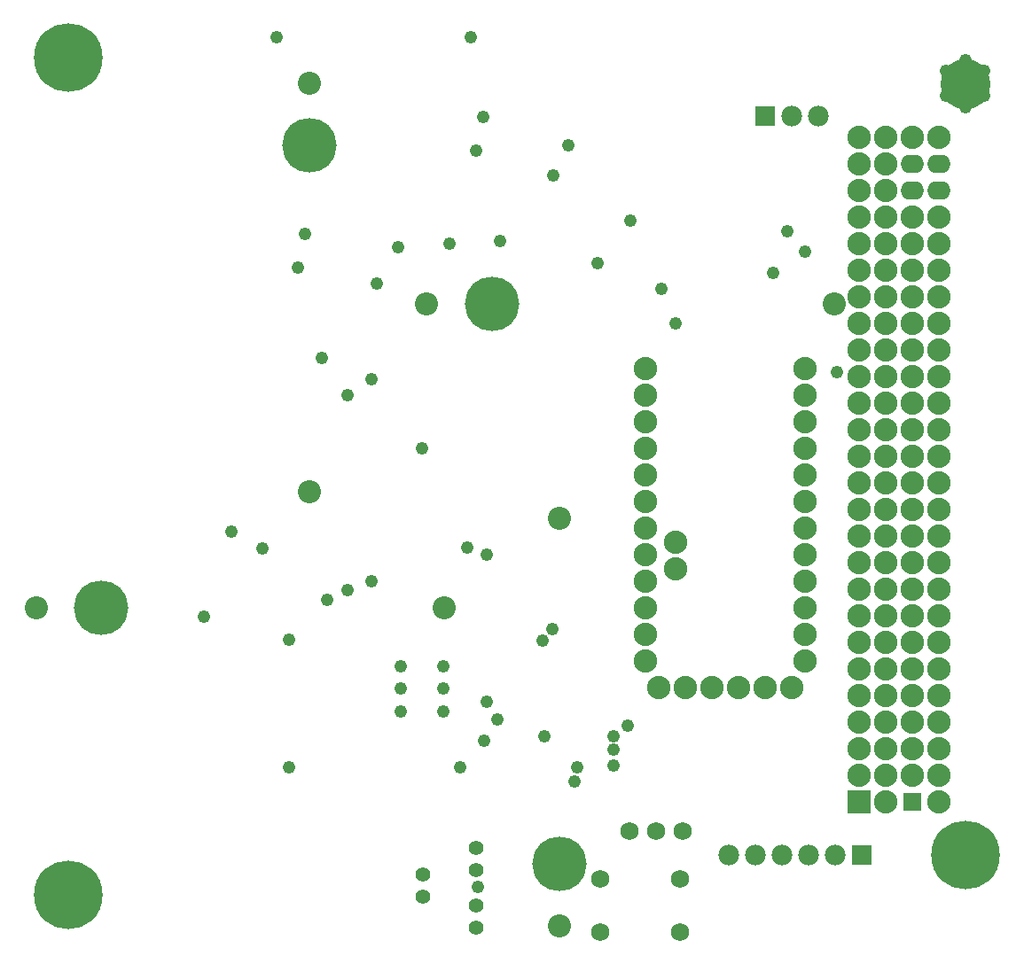
<source format=gbs>
%FSDAX24Y24*%
%MOIN*%
%SFA1B1*%

%IPPOS*%
%ADD53C,0.068000*%
%ADD54R,0.068000X0.068000*%
%ADD55C,0.088000*%
%ADD56O,0.088000X0.068000*%
%ADD57R,0.088000X0.088000*%
%ADD58C,0.078000*%
%ADD59R,0.078000X0.078000*%
%ADD60C,0.055200*%
%ADD61C,0.048000*%
%ADD62C,0.188000*%
%ADD63C,0.258000*%
%ADD64C,0.086700*%
%ADD65C,0.204900*%
%LNrwsv3-1*%
%LPD*%
G54D53*
X072590Y012300D03*
X069590D03*
X072590Y010300D03*
X069590D03*
X070690Y014100D03*
X071690D03*
X072690D03*
G54D54*
X081340Y015200D03*
G54D55*
X082340Y015200D03*
X081340Y016200D03*
X082340D03*
X081340Y017200D03*
X082340D03*
X081340Y018200D03*
X082340D03*
X081340Y019200D03*
X082340D03*
X081340Y020200D03*
X082340D03*
X081340Y021200D03*
X082340D03*
X081340Y022200D03*
X082340D03*
X081340Y023200D03*
X082340D03*
X081340Y024200D03*
X082340D03*
X081340Y025200D03*
X082340D03*
X081340Y026200D03*
X082340D03*
X081340Y027200D03*
X082340D03*
X081340Y028200D03*
X082340D03*
X081340Y029200D03*
X082340D03*
X081340Y030200D03*
X082340D03*
X081340Y031200D03*
X082340D03*
X081340Y032200D03*
X082340D03*
X081340Y033200D03*
X082340D03*
X081340Y034200D03*
X082340D03*
X081340Y035200D03*
X082340D03*
X081340Y036200D03*
X082340D03*
X081340Y037200D03*
X082340D03*
Y040200D03*
X081340D03*
X080340Y015200D03*
X079340Y016200D03*
X080340D03*
X079340Y017200D03*
X080340D03*
X079340Y018200D03*
X080340D03*
X079340Y019200D03*
X080340D03*
X079340Y020200D03*
X080340D03*
X079340Y021200D03*
X080340D03*
X079340Y022200D03*
X080340D03*
X079340Y023200D03*
X080340D03*
X079340Y024200D03*
X080340D03*
X079340Y025200D03*
X080340D03*
X079340Y026200D03*
X080340D03*
X079340Y027200D03*
X080340D03*
X079340Y028200D03*
X080340D03*
X079340Y029200D03*
X080340D03*
X079340Y030200D03*
X080340D03*
X079340Y031200D03*
X080340D03*
X079340Y032200D03*
X080340D03*
X079340Y033200D03*
X080340D03*
X079340Y034200D03*
X080340D03*
X079340Y035200D03*
X080340D03*
X079340Y036200D03*
X080340D03*
X079340Y037200D03*
X080340D03*
X079340Y038200D03*
X080340D03*
X079340Y039200D03*
X080340D03*
Y040200D03*
X079340D03*
X071790Y019500D03*
X072790D03*
X073790D03*
X074790D03*
X075790D03*
X076790D03*
X072440Y024950D03*
Y023950D03*
X071290Y031500D03*
Y030500D03*
Y029500D03*
Y028500D03*
Y027500D03*
Y026500D03*
Y025500D03*
Y024500D03*
Y023500D03*
Y022500D03*
Y021500D03*
Y020500D03*
X077290Y031500D03*
Y030500D03*
Y029500D03*
Y028500D03*
Y027500D03*
Y026500D03*
Y025500D03*
Y024500D03*
Y023500D03*
Y022500D03*
Y021500D03*
Y020500D03*
G54D56*
X081340Y038200D03*
X082340D03*
X081340Y039200D03*
X082340D03*
G54D57*
X079340Y015200D03*
G54D58*
X077440Y013200D03*
X078440D03*
X076440D03*
X075440D03*
X074440D03*
X076790Y041000D03*
X077790D03*
G54D59*
X079440Y013200D03*
X075790Y041000D03*
G54D60*
X062940Y011623D03*
Y012450D03*
X064940Y012623D03*
Y013450D03*
Y010473D03*
Y011300D03*
G54D61*
X083340Y041340D03*
Y043100D03*
X084040Y041750D03*
Y042700D03*
X082590Y041750D03*
Y042700D03*
X063690Y018600D03*
X062090D03*
X063690Y019450D03*
X062090D03*
Y020300D03*
X063690D03*
X067840Y038750D03*
X070740Y037050D03*
X070090Y016550D03*
X064990Y012000D03*
X062890Y028500D03*
X071890Y034500D03*
X072440Y033200D03*
X078490Y031350D03*
X063940Y036200D03*
X060990Y031100D03*
Y023500D03*
X065340Y018950D03*
Y024500D03*
X076090Y035100D03*
X069490Y035450D03*
X061990Y036050D03*
X076640Y036650D03*
X064590Y024750D03*
X070090Y017150D03*
X060090Y023150D03*
Y030500D03*
X077290Y035900D03*
X057890Y016500D03*
X064340D03*
X068740D03*
X068640Y015950D03*
X057890Y021300D03*
X057438Y043948D03*
X058240Y035300D03*
X064740Y043950D03*
X064934Y039694D03*
X056901Y024745D03*
X070640Y018050D03*
X070090Y017650D03*
X067790Y021700D03*
X067413Y021250D03*
X067490Y017650D03*
X059140Y031900D03*
X061190Y034700D03*
X058490Y036550D03*
X068390Y039900D03*
X065840Y036300D03*
X065190Y040950D03*
X055740Y025350D03*
X059340Y022800D03*
X054690Y022150D03*
X065213Y017500D03*
X065713Y018300D03*
X082540Y012700D03*
Y013700D03*
X084140Y012700D03*
Y013700D03*
X083340Y012250D03*
Y014150D03*
X048790Y011200D03*
Y012200D03*
X050390Y011200D03*
Y012200D03*
X049590Y010750D03*
Y012650D03*
X048790Y042690D03*
Y043690D03*
X050390Y042690D03*
Y043690D03*
X049590Y042240D03*
Y044140D03*
G54D62*
X083340Y042200D03*
G54D63*
X049590Y043200D03*
Y011700D03*
X083340Y013200D03*
G54D64*
X068074Y010523D03*
Y025877D03*
X078405Y033928D03*
X063051D03*
X058673Y042220D03*
Y026865D03*
X048377Y022495D03*
X063732D03*
G54D65*
X050840Y022495D03*
X058673Y039900D03*
X065540Y033928D03*
X068074Y012850D03*
M02*
</source>
